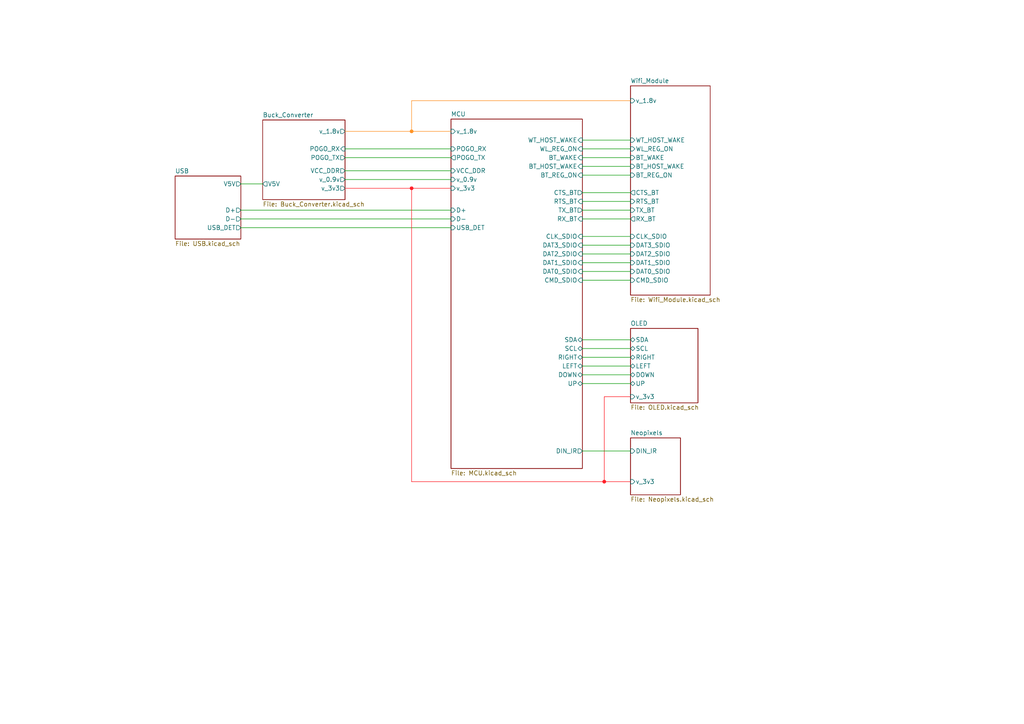
<source format=kicad_sch>
(kicad_sch
	(version 20250114)
	(generator "eeschema")
	(generator_version "9.0")
	(uuid "a95785a0-0aa1-454e-b59f-0ac64970ac71")
	(paper "A4")
	(lib_symbols)
	(junction
		(at 175.26 139.7)
		(diameter 0)
		(color 255 23 32 1)
		(uuid "5eb86b5d-1667-4e44-b5b4-69c64bfd2a7f")
	)
	(junction
		(at 119.38 38.1)
		(diameter 0)
		(color 255 141 30 1)
		(uuid "6ac1477f-a1d1-47af-a4e0-e2041e3479de")
	)
	(junction
		(at 119.38 54.61)
		(diameter 0)
		(color 255 23 32 1)
		(uuid "964952e5-bbc6-44f8-aeb3-3b15c90cbf67")
	)
	(wire
		(pts
			(xy 168.91 60.96) (xy 182.88 60.96)
		)
		(stroke
			(width 0)
			(type default)
		)
		(uuid "0bf9259f-1a5c-4ff9-9bea-fadb2fd1af24")
	)
	(wire
		(pts
			(xy 100.076 54.61) (xy 119.38 54.61)
		)
		(stroke
			(width 0)
			(type default)
			(color 255 23 32 1)
		)
		(uuid "1abbfd0e-5a71-4ce8-8b2a-f1d969618a72")
	)
	(wire
		(pts
			(xy 119.38 38.1) (xy 119.38 29.21)
		)
		(stroke
			(width 0)
			(type default)
			(color 255 141 30 1)
		)
		(uuid "228f2129-653e-48fe-b156-1f1c08253e9b")
	)
	(wire
		(pts
			(xy 168.91 50.8) (xy 182.88 50.8)
		)
		(stroke
			(width 0)
			(type default)
		)
		(uuid "3bd84741-65d9-42b5-a312-046c53861d39")
	)
	(wire
		(pts
			(xy 119.38 54.61) (xy 119.38 139.7)
		)
		(stroke
			(width 0)
			(type default)
			(color 255 23 32 1)
		)
		(uuid "408cdd83-704f-4fae-81e1-d3b71f0da198")
	)
	(wire
		(pts
			(xy 168.91 78.74) (xy 182.88 78.74)
		)
		(stroke
			(width 0)
			(type default)
		)
		(uuid "45fc0670-47b4-4473-833e-c1c987bc0434")
	)
	(wire
		(pts
			(xy 168.91 101.092) (xy 182.88 101.092)
		)
		(stroke
			(width 0)
			(type default)
		)
		(uuid "4622624c-c193-451c-a90d-9e73b967774c")
	)
	(wire
		(pts
			(xy 119.38 29.21) (xy 182.88 29.21)
		)
		(stroke
			(width 0)
			(type default)
			(color 255 141 30 1)
		)
		(uuid "49a0ff91-5110-4c0e-a896-604cf9e9a63c")
	)
	(wire
		(pts
			(xy 69.85 66.04) (xy 130.81 66.04)
		)
		(stroke
			(width 0)
			(type default)
		)
		(uuid "556020fb-e29b-4ba8-9c9c-0f405511cd5d")
	)
	(wire
		(pts
			(xy 119.38 38.1) (xy 130.81 38.1)
		)
		(stroke
			(width 0)
			(type default)
			(color 255 141 30 1)
		)
		(uuid "55a3d4f6-d57a-405e-92ea-9f7b9b6a457e")
	)
	(wire
		(pts
			(xy 168.91 106.172) (xy 182.88 106.172)
		)
		(stroke
			(width 0)
			(type default)
		)
		(uuid "74caf64c-098c-4c84-b35a-06f234c835fc")
	)
	(wire
		(pts
			(xy 175.26 115.062) (xy 175.26 139.7)
		)
		(stroke
			(width 0)
			(type default)
			(color 255 23 32 1)
		)
		(uuid "794e8bd0-a048-41b8-a403-0077b33d4d07")
	)
	(wire
		(pts
			(xy 168.91 43.18) (xy 182.88 43.18)
		)
		(stroke
			(width 0)
			(type default)
		)
		(uuid "7cdf0fc5-4e27-4b45-bbfe-0523d529e087")
	)
	(wire
		(pts
			(xy 175.26 115.062) (xy 182.88 115.062)
		)
		(stroke
			(width 0)
			(type default)
			(color 255 23 32 1)
		)
		(uuid "8051d6a9-f304-4e7f-9149-b94ac0eb260a")
	)
	(wire
		(pts
			(xy 69.85 53.34) (xy 76.2 53.34)
		)
		(stroke
			(width 0)
			(type default)
		)
		(uuid "80d86d79-ba6f-4869-a51a-02be2b06470b")
	)
	(wire
		(pts
			(xy 168.91 130.81) (xy 182.88 130.81)
		)
		(stroke
			(width 0)
			(type default)
		)
		(uuid "83ba13d4-d185-4a03-9cac-419aac42e470")
	)
	(wire
		(pts
			(xy 100.076 52.07) (xy 130.81 52.07)
		)
		(stroke
			(width 0)
			(type default)
		)
		(uuid "8c1281a4-ade8-4129-9846-61918465ad0d")
	)
	(wire
		(pts
			(xy 69.85 63.5) (xy 130.81 63.5)
		)
		(stroke
			(width 0)
			(type default)
		)
		(uuid "92308a66-6b06-4d66-a862-ea4619870a1a")
	)
	(wire
		(pts
			(xy 100.076 38.1) (xy 119.38 38.1)
		)
		(stroke
			(width 0)
			(type default)
			(color 255 141 30 1)
		)
		(uuid "96d7d68f-08f6-40c3-8ec1-f328df37aafa")
	)
	(wire
		(pts
			(xy 168.91 58.42) (xy 182.88 58.42)
		)
		(stroke
			(width 0)
			(type default)
		)
		(uuid "a439ef84-02eb-42ad-931d-5026d9a7e8ee")
	)
	(wire
		(pts
			(xy 119.38 54.61) (xy 130.81 54.61)
		)
		(stroke
			(width 0)
			(type default)
			(color 255 23 32 1)
		)
		(uuid "a809cd4f-d3c6-4c0e-826f-6a7d41e8ecf1")
	)
	(wire
		(pts
			(xy 168.91 63.5) (xy 182.88 63.5)
		)
		(stroke
			(width 0)
			(type default)
		)
		(uuid "aa465a58-b157-412c-8814-5b3031712777")
	)
	(wire
		(pts
			(xy 168.91 103.632) (xy 182.88 103.632)
		)
		(stroke
			(width 0)
			(type default)
		)
		(uuid "add0fe1c-84d1-4717-83a0-3bde18d7f53e")
	)
	(wire
		(pts
			(xy 168.91 108.712) (xy 182.88 108.712)
		)
		(stroke
			(width 0)
			(type default)
		)
		(uuid "b58f4d3b-d8a9-4520-86d0-67602e5b28dc")
	)
	(wire
		(pts
			(xy 168.91 111.252) (xy 182.88 111.252)
		)
		(stroke
			(width 0)
			(type default)
		)
		(uuid "b9bfd981-311a-47d6-99fc-33e481a5a9ed")
	)
	(wire
		(pts
			(xy 69.85 60.96) (xy 130.81 60.96)
		)
		(stroke
			(width 0)
			(type default)
		)
		(uuid "ba8682b0-36d9-446f-8ef4-b543ea4eec0e")
	)
	(wire
		(pts
			(xy 175.26 139.7) (xy 182.88 139.7)
		)
		(stroke
			(width 0)
			(type default)
			(color 255 23 32 1)
		)
		(uuid "bc7c8825-d0e6-4831-a457-7cfb64664f48")
	)
	(wire
		(pts
			(xy 168.91 68.58) (xy 182.88 68.58)
		)
		(stroke
			(width 0)
			(type default)
		)
		(uuid "bcd17eda-0feb-41e7-a64f-42c1a81ef162")
	)
	(wire
		(pts
			(xy 100.076 49.53) (xy 130.81 49.53)
		)
		(stroke
			(width 0)
			(type default)
		)
		(uuid "bd822005-aaa3-46ac-9c8b-42ad0595305e")
	)
	(wire
		(pts
			(xy 168.91 73.66) (xy 182.88 73.66)
		)
		(stroke
			(width 0)
			(type default)
		)
		(uuid "c763775a-623e-4afd-a7ac-7120313a386d")
	)
	(wire
		(pts
			(xy 168.91 98.552) (xy 182.88 98.552)
		)
		(stroke
			(width 0)
			(type default)
		)
		(uuid "c8f17ab4-a774-4df5-8c08-68086ad1e03c")
	)
	(wire
		(pts
			(xy 168.91 71.12) (xy 182.88 71.12)
		)
		(stroke
			(width 0)
			(type default)
		)
		(uuid "ca2ae4a2-5414-4dd5-8040-2abeb074d951")
	)
	(wire
		(pts
			(xy 168.91 81.28) (xy 182.88 81.28)
		)
		(stroke
			(width 0)
			(type default)
		)
		(uuid "cb279564-fe57-4108-812c-8729c6eca38d")
	)
	(wire
		(pts
			(xy 119.38 139.7) (xy 175.26 139.7)
		)
		(stroke
			(width 0)
			(type default)
			(color 255 23 32 1)
		)
		(uuid "ccff99f1-0730-4931-bf43-8866ca294d4b")
	)
	(wire
		(pts
			(xy 168.91 40.64) (xy 182.88 40.64)
		)
		(stroke
			(width 0)
			(type default)
		)
		(uuid "db076eb1-7aa8-47a6-8819-6731bf56b0ed")
	)
	(wire
		(pts
			(xy 168.91 45.72) (xy 182.88 45.72)
		)
		(stroke
			(width 0)
			(type default)
		)
		(uuid "e2090ecb-f332-49c0-9158-04791f26ef69")
	)
	(wire
		(pts
			(xy 168.91 48.26) (xy 182.88 48.26)
		)
		(stroke
			(width 0)
			(type default)
		)
		(uuid "e52b8c7a-4216-4852-bf9e-84d74d78f226")
	)
	(wire
		(pts
			(xy 100.076 45.72) (xy 130.81 45.72)
		)
		(stroke
			(width 0)
			(type default)
		)
		(uuid "edb3f2a2-8b98-458c-b9cb-548c1378cdb1")
	)
	(wire
		(pts
			(xy 100.076 43.18) (xy 130.81 43.18)
		)
		(stroke
			(width 0)
			(type default)
		)
		(uuid "ee50501d-bf32-4fa1-b349-f43308493135")
	)
	(wire
		(pts
			(xy 168.91 76.2) (xy 182.88 76.2)
		)
		(stroke
			(width 0)
			(type default)
		)
		(uuid "ee6dda16-59ca-4b98-a477-2239e3a7fa02")
	)
	(wire
		(pts
			(xy 168.91 55.88) (xy 182.88 55.88)
		)
		(stroke
			(width 0)
			(type default)
		)
		(uuid "fe2fe4ba-e188-44ae-92c6-eafed45ab476")
	)
	(sheet
		(at 182.88 95.25)
		(size 19.558 21.59)
		(exclude_from_sim no)
		(in_bom yes)
		(on_board yes)
		(dnp no)
		(fields_autoplaced yes)
		(stroke
			(width 0.1524)
			(type solid)
		)
		(fill
			(color 0 0 0 0.0000)
		)
		(uuid "2ee5046e-0e56-46eb-b0bb-bea5e503cbc9")
		(property "Sheetname" "OLED"
			(at 182.88 94.5384 0)
			(effects
				(font
					(size 1.27 1.27)
				)
				(justify left bottom)
			)
		)
		(property "Sheetfile" "OLED.kicad_sch"
			(at 182.88 117.4246 0)
			(effects
				(font
					(size 1.27 1.27)
				)
				(justify left top)
			)
		)
		(pin "DOWN" bidirectional
			(at 182.88 108.712 180)
			(uuid "31176c08-6b6f-4139-85e5-5688e44b3234")
			(effects
				(font
					(size 1.27 1.27)
				)
				(justify left)
			)
		)
		(pin "LEFT" bidirectional
			(at 182.88 106.172 180)
			(uuid "802da92f-b480-4195-a87d-a31a4344ebc0")
			(effects
				(font
					(size 1.27 1.27)
				)
				(justify left)
			)
		)
		(pin "RIGHT" bidirectional
			(at 182.88 103.632 180)
			(uuid "3cd9c759-14f0-4274-a6e5-436967b9fe5f")
			(effects
				(font
					(size 1.27 1.27)
				)
				(justify left)
			)
		)
		(pin "SCL" bidirectional
			(at 182.88 101.092 180)
			(uuid "cb2049bd-be11-4694-9270-a6497d1a0339")
			(effects
				(font
					(size 1.27 1.27)
				)
				(justify left)
			)
		)
		(pin "SDA" bidirectional
			(at 182.88 98.552 180)
			(uuid "7cf719b2-4623-42a7-a05c-7eb522caa8c3")
			(effects
				(font
					(size 1.27 1.27)
				)
				(justify left)
			)
		)
		(pin "UP" bidirectional
			(at 182.88 111.252 180)
			(uuid "9aee7f37-2fe9-4689-94d7-648a25da3457")
			(effects
				(font
					(size 1.27 1.27)
				)
				(justify left)
			)
		)
		(pin "v_3v3" input
			(at 182.88 115.062 180)
			(uuid "9af39156-3523-4b21-b18f-e5b234ae73f7")
			(effects
				(font
					(size 1.27 1.27)
				)
				(justify left)
			)
		)
		(instances
			(project "Badge_Bugcon_2025"
				(path "/a95785a0-0aa1-454e-b59f-0ac64970ac71"
					(page "7")
				)
			)
		)
	)
	(sheet
		(at 182.88 127)
		(size 14.478 16.51)
		(exclude_from_sim no)
		(in_bom yes)
		(on_board yes)
		(dnp no)
		(fields_autoplaced yes)
		(stroke
			(width 0.1524)
			(type solid)
		)
		(fill
			(color 0 0 0 0.0000)
		)
		(uuid "680de73f-0f07-4b07-a85f-a6661c323846")
		(property "Sheetname" "Neopixels"
			(at 182.88 126.2884 0)
			(effects
				(font
					(size 1.27 1.27)
				)
				(justify left bottom)
			)
		)
		(property "Sheetfile" "Neopixels.kicad_sch"
			(at 182.88 144.0946 0)
			(effects
				(font
					(size 1.27 1.27)
				)
				(justify left top)
			)
		)
		(pin "DIN_IR" input
			(at 182.88 130.81 180)
			(uuid "88cb6ee5-c9f4-46ba-a979-da0017e4cf8c")
			(effects
				(font
					(size 1.27 1.27)
				)
				(justify left)
			)
		)
		(pin "v_3v3" input
			(at 182.88 139.7 180)
			(uuid "0be92fa6-2b86-4e05-a825-60d909d3c168")
			(effects
				(font
					(size 1.27 1.27)
				)
				(justify left)
			)
		)
		(instances
			(project "Badge_Bugcon_2025"
				(path "/a95785a0-0aa1-454e-b59f-0ac64970ac71"
					(page "5")
				)
			)
		)
	)
	(sheet
		(at 76.2 34.798)
		(size 23.876 23.114)
		(exclude_from_sim no)
		(in_bom yes)
		(on_board yes)
		(dnp no)
		(fields_autoplaced yes)
		(stroke
			(width 0.1524)
			(type solid)
		)
		(fill
			(color 0 0 0 0.0000)
		)
		(uuid "777dc19f-2824-4c28-abba-46be3f558275")
		(property "Sheetname" "Buck_Converter"
			(at 76.2 34.0864 0)
			(effects
				(font
					(size 1.27 1.27)
				)
				(justify left bottom)
			)
		)
		(property "Sheetfile" "Buck_Converter.kicad_sch"
			(at 76.2 58.4966 0)
			(effects
				(font
					(size 1.27 1.27)
				)
				(justify left top)
			)
		)
		(pin "POGO_RX" input
			(at 100.076 43.18 0)
			(uuid "88e7a5b6-a008-409a-a573-82b0b3004072")
			(effects
				(font
					(size 1.27 1.27)
				)
				(justify right)
			)
		)
		(pin "POGO_TX" output
			(at 100.076 45.72 0)
			(uuid "98947816-ed99-4bea-88ff-4ffd8459ed16")
			(effects
				(font
					(size 1.27 1.27)
				)
				(justify right)
			)
		)
		(pin "V5V" output
			(at 76.2 53.34 180)
			(uuid "6c33d219-e050-48de-8729-a6914576ff82")
			(effects
				(font
					(size 1.27 1.27)
				)
				(justify left)
			)
		)
		(pin "VCC_DDR" output
			(at 100.076 49.53 0)
			(uuid "55c15f67-ef2b-4691-9dc5-7696cdcfb4c3")
			(effects
				(font
					(size 1.27 1.27)
				)
				(justify right)
			)
		)
		(pin "v_0.9v" output
			(at 100.076 52.07 0)
			(uuid "54acb56e-ab98-434c-bb92-b5fc96d62e40")
			(effects
				(font
					(size 1.27 1.27)
				)
				(justify right)
			)
		)
		(pin "v_1.8v" output
			(at 100.076 38.1 0)
			(uuid "4e99ec18-9aa3-410f-ad41-cb7b2172cbbc")
			(effects
				(font
					(size 1.27 1.27)
				)
				(justify right)
			)
		)
		(pin "v_3v3" output
			(at 100.076 54.61 0)
			(uuid "97988555-5c56-4ec4-b0b4-3ec9e5809fa1")
			(effects
				(font
					(size 1.27 1.27)
				)
				(justify right)
			)
		)
		(instances
			(project "Badge_Bugcon_2025"
				(path "/a95785a0-0aa1-454e-b59f-0ac64970ac71"
					(page "3")
				)
			)
		)
	)
	(sheet
		(at 182.88 24.892)
		(size 23.114 60.706)
		(exclude_from_sim no)
		(in_bom yes)
		(on_board yes)
		(dnp no)
		(fields_autoplaced yes)
		(stroke
			(width 0.1524)
			(type solid)
		)
		(fill
			(color 0 0 0 0.0000)
		)
		(uuid "8b03a4c6-16c6-4d89-846a-8b8501d95495")
		(property "Sheetname" "Wifi_Module"
			(at 182.88 24.1804 0)
			(effects
				(font
					(size 1.27 1.27)
				)
				(justify left bottom)
			)
		)
		(property "Sheetfile" "Wifi_Module.kicad_sch"
			(at 182.88 86.1826 0)
			(effects
				(font
					(size 1.27 1.27)
				)
				(justify left top)
			)
		)
		(pin "BT_HOST_WAKE" input
			(at 182.88 48.26 180)
			(uuid "36a59a3e-b755-4b4a-bf9c-550c92596ded")
			(effects
				(font
					(size 1.27 1.27)
				)
				(justify left)
			)
		)
		(pin "BT_REG_ON" input
			(at 182.88 50.8 180)
			(uuid "2558a805-f926-4ac1-b2a7-0a114378553c")
			(effects
				(font
					(size 1.27 1.27)
				)
				(justify left)
			)
		)
		(pin "BT_WAKE" input
			(at 182.88 45.72 180)
			(uuid "d1b93e31-b48d-45b3-9331-1ac3f164c109")
			(effects
				(font
					(size 1.27 1.27)
				)
				(justify left)
			)
		)
		(pin "CLK_SDIO" input
			(at 182.88 68.58 180)
			(uuid "02ab6220-bc5f-444e-8331-5a20847de36f")
			(effects
				(font
					(size 1.27 1.27)
				)
				(justify left)
			)
		)
		(pin "CMD_SDIO" input
			(at 182.88 81.28 180)
			(uuid "ae529e5e-8722-4020-8317-4b4ecf2788e7")
			(effects
				(font
					(size 1.27 1.27)
				)
				(justify left)
			)
		)
		(pin "CTS_BT" output
			(at 182.88 55.88 180)
			(uuid "26bdba72-0d77-406f-81b1-63459e0b63e8")
			(effects
				(font
					(size 1.27 1.27)
				)
				(justify left)
			)
		)
		(pin "DAT0_SDIO" input
			(at 182.88 78.74 180)
			(uuid "cee25fae-b1f2-449a-8b1a-0a10c79006b8")
			(effects
				(font
					(size 1.27 1.27)
				)
				(justify left)
			)
		)
		(pin "DAT1_SDIO" input
			(at 182.88 76.2 180)
			(uuid "b94ca4c1-a3cf-4e86-b2f3-aa18b970c2d7")
			(effects
				(font
					(size 1.27 1.27)
				)
				(justify left)
			)
		)
		(pin "DAT2_SDIO" input
			(at 182.88 73.66 180)
			(uuid "7093353d-184c-404f-824f-a003bf425ddc")
			(effects
				(font
					(size 1.27 1.27)
				)
				(justify left)
			)
		)
		(pin "DAT3_SDIO" input
			(at 182.88 71.12 180)
			(uuid "3e74a791-fc89-4cc5-870a-ea449544cbb3")
			(effects
				(font
					(size 1.27 1.27)
				)
				(justify left)
			)
		)
		(pin "RTS_BT" input
			(at 182.88 58.42 180)
			(uuid "ba2b154b-0935-459a-b1a7-ff551116a961")
			(effects
				(font
					(size 1.27 1.27)
				)
				(justify left)
			)
		)
		(pin "RX_BT" output
			(at 182.88 63.5 180)
			(uuid "29803035-5a4e-4462-b918-5ba99ad2f51b")
			(effects
				(font
					(size 1.27 1.27)
				)
				(justify left)
			)
		)
		(pin "TX_BT" input
			(at 182.88 60.96 180)
			(uuid "57a9fb9f-7a6f-4846-9efb-70a46e44f307")
			(effects
				(font
					(size 1.27 1.27)
				)
				(justify left)
			)
		)
		(pin "v_1.8v" input
			(at 182.88 29.21 180)
			(uuid "f7e01f04-7ba8-4d66-bb3e-6ba10bbdab11")
			(effects
				(font
					(size 1.27 1.27)
				)
				(justify left)
			)
		)
		(pin "WL_REG_ON" input
			(at 182.88 43.18 180)
			(uuid "1c0a7255-af00-48d0-815c-270221a50306")
			(effects
				(font
					(size 1.27 1.27)
				)
				(justify left)
			)
		)
		(pin "WT_HOST_WAKE" input
			(at 182.88 40.64 180)
			(uuid "52b777ff-47ff-4286-ba3c-0b38a5c17116")
			(effects
				(font
					(size 1.27 1.27)
				)
				(justify left)
			)
		)
		(instances
			(project "Badge_Bugcon_2025"
				(path "/a95785a0-0aa1-454e-b59f-0ac64970ac71"
					(page "4")
				)
			)
		)
	)
	(sheet
		(at 50.8 51.054)
		(size 19.05 18.288)
		(exclude_from_sim no)
		(in_bom yes)
		(on_board yes)
		(dnp no)
		(fields_autoplaced yes)
		(stroke
			(width 0.1524)
			(type solid)
		)
		(fill
			(color 0 0 0 0.0000)
		)
		(uuid "a5c26cac-72fa-4752-a660-9cd751934916")
		(property "Sheetname" "USB"
			(at 50.8 50.3424 0)
			(effects
				(font
					(size 1.27 1.27)
				)
				(justify left bottom)
			)
		)
		(property "Sheetfile" "USB.kicad_sch"
			(at 50.8 69.9266 0)
			(effects
				(font
					(size 1.27 1.27)
				)
				(justify left top)
			)
		)
		(pin "D+" output
			(at 69.85 60.96 0)
			(uuid "3bfc4148-9238-47ac-a56d-ddd853164228")
			(effects
				(font
					(size 1.27 1.27)
				)
				(justify right)
			)
		)
		(pin "D-" output
			(at 69.85 63.5 0)
			(uuid "5bac9f45-b7ec-4188-afa7-0deb01a528a6")
			(effects
				(font
					(size 1.27 1.27)
				)
				(justify right)
			)
		)
		(pin "USB_DET" output
			(at 69.85 66.04 0)
			(uuid "19322214-23d0-40e8-ab94-dc3135158f9a")
			(effects
				(font
					(size 1.27 1.27)
				)
				(justify right)
			)
		)
		(pin "V5V" output
			(at 69.85 53.34 0)
			(uuid "a7006f0d-dcce-42af-9fab-cf13a83d72d4")
			(effects
				(font
					(size 1.27 1.27)
				)
				(justify right)
			)
		)
		(instances
			(project "Badge_Bugcon_2025"
				(path "/a95785a0-0aa1-454e-b59f-0ac64970ac71"
					(page "6")
				)
			)
		)
	)
	(sheet
		(at 130.81 34.544)
		(size 38.1 101.346)
		(exclude_from_sim no)
		(in_bom yes)
		(on_board yes)
		(dnp no)
		(fields_autoplaced yes)
		(stroke
			(width 0.1524)
			(type solid)
		)
		(fill
			(color 0 0 0 0.0000)
		)
		(uuid "b4a4bbe3-3d97-4ef8-9067-81f34711c2c0")
		(property "Sheetname" "MCU"
			(at 130.81 33.8324 0)
			(effects
				(font
					(size 1.27 1.27)
				)
				(justify left bottom)
			)
		)
		(property "Sheetfile" "MCU.kicad_sch"
			(at 130.81 136.4746 0)
			(effects
				(font
					(size 1.27 1.27)
				)
				(justify left top)
			)
		)
		(pin "POGO_RX" input
			(at 130.81 43.18 180)
			(uuid "e405030f-3ba6-4da9-8f0c-c7195abd3fea")
			(effects
				(font
					(size 1.27 1.27)
				)
				(justify left)
			)
		)
		(pin "POGO_TX" output
			(at 130.81 45.72 180)
			(uuid "1034b214-a123-4688-90d9-8eaa4e28214c")
			(effects
				(font
					(size 1.27 1.27)
				)
				(justify left)
			)
		)
		(pin "VCC_DDR" input
			(at 130.81 49.53 180)
			(uuid "c690189d-b072-4947-9e09-53b424fa519d")
			(effects
				(font
					(size 1.27 1.27)
				)
				(justify left)
			)
		)
		(pin "v_0.9v" input
			(at 130.81 52.07 180)
			(uuid "1abbaf52-70bc-4f62-9736-26f4ec2855fd")
			(effects
				(font
					(size 1.27 1.27)
				)
				(justify left)
			)
		)
		(pin "v_1.8v" input
			(at 130.81 38.1 180)
			(uuid "94ec0139-d27a-4ef0-a2f2-cdcf962a0e95")
			(effects
				(font
					(size 1.27 1.27)
				)
				(justify left)
			)
		)
		(pin "v_3v3" input
			(at 130.81 54.61 180)
			(uuid "c897bb3d-abb3-4933-8d34-5ccbf78c8444")
			(effects
				(font
					(size 1.27 1.27)
				)
				(justify left)
			)
		)
		(pin "BT_HOST_WAKE" input
			(at 168.91 48.26 0)
			(uuid "f4b61e88-6a71-4506-9096-20c2a11488e5")
			(effects
				(font
					(size 1.27 1.27)
				)
				(justify right)
			)
		)
		(pin "BT_REG_ON" input
			(at 168.91 50.8 0)
			(uuid "cb979293-e623-4ab8-83d4-57a0c95bd82b")
			(effects
				(font
					(size 1.27 1.27)
				)
				(justify right)
			)
		)
		(pin "BT_WAKE" input
			(at 168.91 45.72 0)
			(uuid "19211b66-3ef3-4841-8462-24baa88eb291")
			(effects
				(font
					(size 1.27 1.27)
				)
				(justify right)
			)
		)
		(pin "CLK_SDIO" input
			(at 168.91 68.58 0)
			(uuid "8380ceae-f1eb-4873-85ea-186679c48c62")
			(effects
				(font
					(size 1.27 1.27)
				)
				(justify right)
			)
		)
		(pin "CMD_SDIO" input
			(at 168.91 81.28 0)
			(uuid "d8b0ec1c-34c5-4365-93f0-b585f57e913f")
			(effects
				(font
					(size 1.27 1.27)
				)
				(justify right)
			)
		)
		(pin "CTS_BT" output
			(at 168.91 55.88 0)
			(uuid "2d4398e1-555d-4009-a90c-d2335f62cddb")
			(effects
				(font
					(size 1.27 1.27)
				)
				(justify right)
			)
		)
		(pin "DAT0_SDIO" input
			(at 168.91 78.74 0)
			(uuid "6db0f83e-6945-47fa-ace2-6891689a385d")
			(effects
				(font
					(size 1.27 1.27)
				)
				(justify right)
			)
		)
		(pin "DAT1_SDIO" input
			(at 168.91 76.2 0)
			(uuid "217dedcf-1397-4a76-bebd-fcdd82f7eceb")
			(effects
				(font
					(size 1.27 1.27)
				)
				(justify right)
			)
		)
		(pin "DAT2_SDIO" input
			(at 168.91 73.66 0)
			(uuid "894abaf1-70d5-4ae4-94f8-5d267ea40299")
			(effects
				(font
					(size 1.27 1.27)
				)
				(justify right)
			)
		)
		(pin "DAT3_SDIO" input
			(at 168.91 71.12 0)
			(uuid "29c115f4-875d-4a5c-9a70-3c542bd69018")
			(effects
				(font
					(size 1.27 1.27)
				)
				(justify right)
			)
		)
		(pin "RTS_BT" input
			(at 168.91 58.42 0)
			(uuid "2c1eab97-9faa-4a65-bd6f-438ce171db7e")
			(effects
				(font
					(size 1.27 1.27)
				)
				(justify right)
			)
		)
		(pin "RX_BT" input
			(at 168.91 63.5 0)
			(uuid "eadfc6f7-4c24-4808-8537-150ef5d9c669")
			(effects
				(font
					(size 1.27 1.27)
				)
				(justify right)
			)
		)
		(pin "TX_BT" output
			(at 168.91 60.96 0)
			(uuid "d0eb1221-7710-430e-9e21-54e77676065f")
			(effects
				(font
					(size 1.27 1.27)
				)
				(justify right)
			)
		)
		(pin "WL_REG_ON" input
			(at 168.91 43.18 0)
			(uuid "96cb4dc6-1751-4a0b-a481-9f733ccfd102")
			(effects
				(font
					(size 1.27 1.27)
				)
				(justify right)
			)
		)
		(pin "WT_HOST_WAKE" input
			(at 168.91 40.64 0)
			(uuid "f1cc5ff8-34cb-4f7c-b4b5-2aa89fa05eac")
			(effects
				(font
					(size 1.27 1.27)
				)
				(justify right)
			)
		)
		(pin "D+" input
			(at 130.81 60.96 180)
			(uuid "34fa7993-44cf-4741-8224-f816fbded9b2")
			(effects
				(font
					(size 1.27 1.27)
				)
				(justify left)
			)
		)
		(pin "D-" input
			(at 130.81 63.5 180)
			(uuid "44efa5c7-a60d-4a5b-a6b6-1ed328e5892c")
			(effects
				(font
					(size 1.27 1.27)
				)
				(justify left)
			)
		)
		(pin "USB_DET" input
			(at 130.81 66.04 180)
			(uuid "7081e689-757a-499a-be5e-7e9d8510c2a7")
			(effects
				(font
					(size 1.27 1.27)
				)
				(justify left)
			)
		)
		(pin "DIN_IR" output
			(at 168.91 130.81 0)
			(uuid "f26060ce-18a9-4aa7-899e-d89925ffc394")
			(effects
				(font
					(size 1.27 1.27)
				)
				(justify right)
			)
		)
		(pin "DOWN" bidirectional
			(at 168.91 108.712 0)
			(uuid "89576a4a-789d-41aa-8df2-6a52bf2700eb")
			(effects
				(font
					(size 1.27 1.27)
				)
				(justify right)
			)
		)
		(pin "LEFT" bidirectional
			(at 168.91 106.172 0)
			(uuid "d7f94e95-650e-422a-b283-ec7890512641")
			(effects
				(font
					(size 1.27 1.27)
				)
				(justify right)
			)
		)
		(pin "RIGHT" bidirectional
			(at 168.91 103.632 0)
			(uuid "7734b384-8c80-4177-bc01-7201fb9b5d83")
			(effects
				(font
					(size 1.27 1.27)
				)
				(justify right)
			)
		)
		(pin "SCL" bidirectional
			(at 168.91 101.092 0)
			(uuid "feaee15e-3cfb-4605-babc-fe2c42b498f2")
			(effects
				(font
					(size 1.27 1.27)
				)
				(justify right)
			)
		)
		(pin "SDA" bidirectional
			(at 168.91 98.552 0)
			(uuid "160cc020-5d2c-4a53-960d-ae497f4886a0")
			(effects
				(font
					(size 1.27 1.27)
				)
				(justify right)
			)
		)
		(pin "UP" bidirectional
			(at 168.91 111.252 0)
			(uuid "e331d303-f1d6-4cfb-adf5-cebe6f95250b")
			(effects
				(font
					(size 1.27 1.27)
				)
				(justify right)
			)
		)
		(instances
			(project "Badge_Bugcon_2025"
				(path "/a95785a0-0aa1-454e-b59f-0ac64970ac71"
					(page "2")
				)
			)
		)
	)
	(sheet_instances
		(path "/"
			(page "1")
		)
	)
	(embedded_fonts no)
)

</source>
